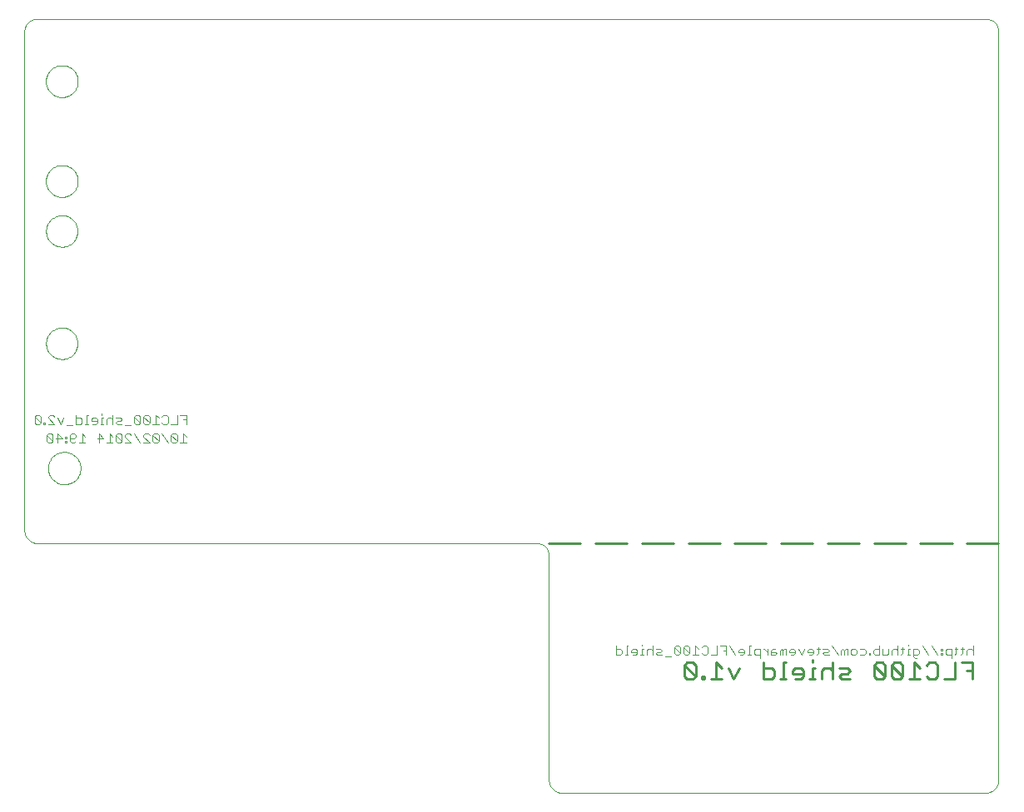
<source format=gbo>
G75*
G70*
%OFA0B0*%
%FSLAX24Y24*%
%IPPOS*%
%LPD*%
%AMOC8*
5,1,8,0,0,1.08239X$1,22.5*
%
%ADD10C,0.0000*%
%ADD11C,0.0040*%
%ADD12C,0.0090*%
%ADD13C,0.0100*%
D10*
X003392Y011175D02*
X023392Y011175D01*
X023436Y011173D01*
X023479Y011167D01*
X023521Y011158D01*
X023563Y011145D01*
X023603Y011128D01*
X023642Y011108D01*
X023679Y011085D01*
X023713Y011058D01*
X023746Y011029D01*
X023775Y010996D01*
X023802Y010962D01*
X023825Y010925D01*
X023845Y010886D01*
X023862Y010846D01*
X023875Y010804D01*
X023884Y010762D01*
X023890Y010719D01*
X023892Y010675D01*
X023892Y001675D01*
X023894Y001631D01*
X023900Y001588D01*
X023909Y001546D01*
X023922Y001504D01*
X023939Y001464D01*
X023959Y001425D01*
X023982Y001388D01*
X024009Y001354D01*
X024038Y001321D01*
X024071Y001292D01*
X024105Y001265D01*
X024142Y001242D01*
X024181Y001222D01*
X024221Y001205D01*
X024263Y001192D01*
X024305Y001183D01*
X024348Y001177D01*
X024392Y001175D01*
X041392Y001175D01*
X041436Y001177D01*
X041479Y001183D01*
X041521Y001192D01*
X041563Y001205D01*
X041603Y001222D01*
X041642Y001242D01*
X041679Y001265D01*
X041713Y001292D01*
X041746Y001321D01*
X041775Y001354D01*
X041802Y001388D01*
X041825Y001425D01*
X041845Y001464D01*
X041862Y001504D01*
X041875Y001546D01*
X041884Y001588D01*
X041890Y001631D01*
X041892Y001675D01*
X041892Y031675D01*
X041890Y031719D01*
X041884Y031762D01*
X041875Y031804D01*
X041862Y031846D01*
X041845Y031886D01*
X041825Y031925D01*
X041802Y031962D01*
X041775Y031996D01*
X041746Y032029D01*
X041713Y032058D01*
X041679Y032085D01*
X041642Y032108D01*
X041603Y032128D01*
X041563Y032145D01*
X041521Y032158D01*
X041479Y032167D01*
X041436Y032173D01*
X041392Y032175D01*
X003392Y032175D01*
X003348Y032173D01*
X003305Y032167D01*
X003263Y032158D01*
X003221Y032145D01*
X003181Y032128D01*
X003142Y032108D01*
X003105Y032085D01*
X003071Y032058D01*
X003038Y032029D01*
X003009Y031996D01*
X002982Y031962D01*
X002959Y031925D01*
X002939Y031886D01*
X002922Y031846D01*
X002909Y031804D01*
X002900Y031762D01*
X002894Y031719D01*
X002892Y031675D01*
X002892Y011675D01*
X002894Y011631D01*
X002900Y011588D01*
X002909Y011546D01*
X002922Y011504D01*
X002939Y011464D01*
X002959Y011425D01*
X002982Y011388D01*
X003009Y011354D01*
X003038Y011321D01*
X003071Y011292D01*
X003105Y011265D01*
X003142Y011242D01*
X003181Y011222D01*
X003221Y011205D01*
X003263Y011192D01*
X003305Y011183D01*
X003348Y011177D01*
X003392Y011175D01*
X003842Y014175D02*
X003844Y014225D01*
X003850Y014275D01*
X003860Y014325D01*
X003873Y014373D01*
X003890Y014421D01*
X003911Y014467D01*
X003935Y014511D01*
X003963Y014553D01*
X003994Y014593D01*
X004028Y014630D01*
X004065Y014665D01*
X004104Y014696D01*
X004145Y014725D01*
X004189Y014750D01*
X004235Y014772D01*
X004282Y014790D01*
X004330Y014804D01*
X004379Y014815D01*
X004429Y014822D01*
X004479Y014825D01*
X004530Y014824D01*
X004580Y014819D01*
X004630Y014810D01*
X004678Y014798D01*
X004726Y014781D01*
X004772Y014761D01*
X004817Y014738D01*
X004860Y014711D01*
X004900Y014681D01*
X004938Y014648D01*
X004973Y014612D01*
X005006Y014573D01*
X005035Y014532D01*
X005061Y014489D01*
X005084Y014444D01*
X005103Y014397D01*
X005118Y014349D01*
X005130Y014300D01*
X005138Y014250D01*
X005142Y014200D01*
X005142Y014150D01*
X005138Y014100D01*
X005130Y014050D01*
X005118Y014001D01*
X005103Y013953D01*
X005084Y013906D01*
X005061Y013861D01*
X005035Y013818D01*
X005006Y013777D01*
X004973Y013738D01*
X004938Y013702D01*
X004900Y013669D01*
X004860Y013639D01*
X004817Y013612D01*
X004772Y013589D01*
X004726Y013569D01*
X004678Y013552D01*
X004630Y013540D01*
X004580Y013531D01*
X004530Y013526D01*
X004479Y013525D01*
X004429Y013528D01*
X004379Y013535D01*
X004330Y013546D01*
X004282Y013560D01*
X004235Y013578D01*
X004189Y013600D01*
X004145Y013625D01*
X004104Y013654D01*
X004065Y013685D01*
X004028Y013720D01*
X003994Y013757D01*
X003963Y013797D01*
X003935Y013839D01*
X003911Y013883D01*
X003890Y013929D01*
X003873Y013977D01*
X003860Y014025D01*
X003850Y014075D01*
X003844Y014125D01*
X003842Y014175D01*
X003762Y019175D02*
X003764Y019225D01*
X003770Y019275D01*
X003780Y019324D01*
X003794Y019372D01*
X003811Y019419D01*
X003832Y019464D01*
X003857Y019508D01*
X003885Y019549D01*
X003917Y019588D01*
X003951Y019625D01*
X003988Y019659D01*
X004028Y019689D01*
X004070Y019716D01*
X004114Y019740D01*
X004160Y019761D01*
X004207Y019777D01*
X004255Y019790D01*
X004305Y019799D01*
X004354Y019804D01*
X004405Y019805D01*
X004455Y019802D01*
X004504Y019795D01*
X004553Y019784D01*
X004601Y019769D01*
X004647Y019751D01*
X004692Y019729D01*
X004735Y019703D01*
X004776Y019674D01*
X004815Y019642D01*
X004851Y019607D01*
X004883Y019569D01*
X004913Y019529D01*
X004940Y019486D01*
X004963Y019442D01*
X004982Y019396D01*
X004998Y019348D01*
X005010Y019299D01*
X005018Y019250D01*
X005022Y019200D01*
X005022Y019150D01*
X005018Y019100D01*
X005010Y019051D01*
X004998Y019002D01*
X004982Y018954D01*
X004963Y018908D01*
X004940Y018864D01*
X004913Y018821D01*
X004883Y018781D01*
X004851Y018743D01*
X004815Y018708D01*
X004776Y018676D01*
X004735Y018647D01*
X004692Y018621D01*
X004647Y018599D01*
X004601Y018581D01*
X004553Y018566D01*
X004504Y018555D01*
X004455Y018548D01*
X004405Y018545D01*
X004354Y018546D01*
X004305Y018551D01*
X004255Y018560D01*
X004207Y018573D01*
X004160Y018589D01*
X004114Y018610D01*
X004070Y018634D01*
X004028Y018661D01*
X003988Y018691D01*
X003951Y018725D01*
X003917Y018762D01*
X003885Y018801D01*
X003857Y018842D01*
X003832Y018886D01*
X003811Y018931D01*
X003794Y018978D01*
X003780Y019026D01*
X003770Y019075D01*
X003764Y019125D01*
X003762Y019175D01*
X003762Y023675D02*
X003764Y023725D01*
X003770Y023775D01*
X003780Y023824D01*
X003794Y023872D01*
X003811Y023919D01*
X003832Y023964D01*
X003857Y024008D01*
X003885Y024049D01*
X003917Y024088D01*
X003951Y024125D01*
X003988Y024159D01*
X004028Y024189D01*
X004070Y024216D01*
X004114Y024240D01*
X004160Y024261D01*
X004207Y024277D01*
X004255Y024290D01*
X004305Y024299D01*
X004354Y024304D01*
X004405Y024305D01*
X004455Y024302D01*
X004504Y024295D01*
X004553Y024284D01*
X004601Y024269D01*
X004647Y024251D01*
X004692Y024229D01*
X004735Y024203D01*
X004776Y024174D01*
X004815Y024142D01*
X004851Y024107D01*
X004883Y024069D01*
X004913Y024029D01*
X004940Y023986D01*
X004963Y023942D01*
X004982Y023896D01*
X004998Y023848D01*
X005010Y023799D01*
X005018Y023750D01*
X005022Y023700D01*
X005022Y023650D01*
X005018Y023600D01*
X005010Y023551D01*
X004998Y023502D01*
X004982Y023454D01*
X004963Y023408D01*
X004940Y023364D01*
X004913Y023321D01*
X004883Y023281D01*
X004851Y023243D01*
X004815Y023208D01*
X004776Y023176D01*
X004735Y023147D01*
X004692Y023121D01*
X004647Y023099D01*
X004601Y023081D01*
X004553Y023066D01*
X004504Y023055D01*
X004455Y023048D01*
X004405Y023045D01*
X004354Y023046D01*
X004305Y023051D01*
X004255Y023060D01*
X004207Y023073D01*
X004160Y023089D01*
X004114Y023110D01*
X004070Y023134D01*
X004028Y023161D01*
X003988Y023191D01*
X003951Y023225D01*
X003917Y023262D01*
X003885Y023301D01*
X003857Y023342D01*
X003832Y023386D01*
X003811Y023431D01*
X003794Y023478D01*
X003780Y023526D01*
X003770Y023575D01*
X003764Y023625D01*
X003762Y023675D01*
X003752Y025675D02*
X003754Y025725D01*
X003760Y025775D01*
X003770Y025824D01*
X003783Y025873D01*
X003801Y025920D01*
X003822Y025966D01*
X003846Y026009D01*
X003874Y026051D01*
X003905Y026091D01*
X003939Y026128D01*
X003976Y026162D01*
X004016Y026193D01*
X004058Y026221D01*
X004101Y026245D01*
X004147Y026266D01*
X004194Y026284D01*
X004243Y026297D01*
X004292Y026307D01*
X004342Y026313D01*
X004392Y026315D01*
X004442Y026313D01*
X004492Y026307D01*
X004541Y026297D01*
X004590Y026284D01*
X004637Y026266D01*
X004683Y026245D01*
X004726Y026221D01*
X004768Y026193D01*
X004808Y026162D01*
X004845Y026128D01*
X004879Y026091D01*
X004910Y026051D01*
X004938Y026009D01*
X004962Y025966D01*
X004983Y025920D01*
X005001Y025873D01*
X005014Y025824D01*
X005024Y025775D01*
X005030Y025725D01*
X005032Y025675D01*
X005030Y025625D01*
X005024Y025575D01*
X005014Y025526D01*
X005001Y025477D01*
X004983Y025430D01*
X004962Y025384D01*
X004938Y025341D01*
X004910Y025299D01*
X004879Y025259D01*
X004845Y025222D01*
X004808Y025188D01*
X004768Y025157D01*
X004726Y025129D01*
X004683Y025105D01*
X004637Y025084D01*
X004590Y025066D01*
X004541Y025053D01*
X004492Y025043D01*
X004442Y025037D01*
X004392Y025035D01*
X004342Y025037D01*
X004292Y025043D01*
X004243Y025053D01*
X004194Y025066D01*
X004147Y025084D01*
X004101Y025105D01*
X004058Y025129D01*
X004016Y025157D01*
X003976Y025188D01*
X003939Y025222D01*
X003905Y025259D01*
X003874Y025299D01*
X003846Y025341D01*
X003822Y025384D01*
X003801Y025430D01*
X003783Y025477D01*
X003770Y025526D01*
X003760Y025575D01*
X003754Y025625D01*
X003752Y025675D01*
X003752Y029675D02*
X003754Y029725D01*
X003760Y029775D01*
X003770Y029824D01*
X003783Y029873D01*
X003801Y029920D01*
X003822Y029966D01*
X003846Y030009D01*
X003874Y030051D01*
X003905Y030091D01*
X003939Y030128D01*
X003976Y030162D01*
X004016Y030193D01*
X004058Y030221D01*
X004101Y030245D01*
X004147Y030266D01*
X004194Y030284D01*
X004243Y030297D01*
X004292Y030307D01*
X004342Y030313D01*
X004392Y030315D01*
X004442Y030313D01*
X004492Y030307D01*
X004541Y030297D01*
X004590Y030284D01*
X004637Y030266D01*
X004683Y030245D01*
X004726Y030221D01*
X004768Y030193D01*
X004808Y030162D01*
X004845Y030128D01*
X004879Y030091D01*
X004910Y030051D01*
X004938Y030009D01*
X004962Y029966D01*
X004983Y029920D01*
X005001Y029873D01*
X005014Y029824D01*
X005024Y029775D01*
X005030Y029725D01*
X005032Y029675D01*
X005030Y029625D01*
X005024Y029575D01*
X005014Y029526D01*
X005001Y029477D01*
X004983Y029430D01*
X004962Y029384D01*
X004938Y029341D01*
X004910Y029299D01*
X004879Y029259D01*
X004845Y029222D01*
X004808Y029188D01*
X004768Y029157D01*
X004726Y029129D01*
X004683Y029105D01*
X004637Y029084D01*
X004590Y029066D01*
X004541Y029053D01*
X004492Y029043D01*
X004442Y029037D01*
X004392Y029035D01*
X004342Y029037D01*
X004292Y029043D01*
X004243Y029053D01*
X004194Y029066D01*
X004147Y029084D01*
X004101Y029105D01*
X004058Y029129D01*
X004016Y029157D01*
X003976Y029188D01*
X003939Y029222D01*
X003905Y029259D01*
X003874Y029299D01*
X003846Y029341D01*
X003822Y029384D01*
X003801Y029430D01*
X003783Y029477D01*
X003770Y029526D01*
X003760Y029575D01*
X003754Y029625D01*
X003752Y029675D01*
D11*
X005997Y016365D02*
X005997Y016305D01*
X005997Y016185D02*
X005997Y015945D01*
X006057Y015945D02*
X005937Y015945D01*
X005812Y016005D02*
X005812Y016125D01*
X005752Y016185D01*
X005631Y016185D01*
X005571Y016125D01*
X005571Y016065D01*
X005812Y016065D01*
X005812Y016005D02*
X005752Y015945D01*
X005631Y015945D01*
X005443Y015945D02*
X005323Y015945D01*
X005383Y015945D02*
X005383Y016305D01*
X005443Y016305D01*
X005198Y016125D02*
X005138Y016185D01*
X004958Y016185D01*
X004958Y016305D02*
X004958Y015945D01*
X005138Y015945D01*
X005198Y016005D01*
X005198Y016125D01*
X004829Y015885D02*
X004589Y015885D01*
X004341Y015945D02*
X004221Y016185D01*
X004093Y016245D02*
X004033Y016305D01*
X003913Y016305D01*
X003853Y016245D01*
X003853Y016185D01*
X004093Y015945D01*
X003853Y015945D01*
X003724Y015945D02*
X003664Y015945D01*
X003664Y016005D01*
X003724Y016005D01*
X003724Y015945D01*
X003540Y016005D02*
X003300Y016245D01*
X003300Y016005D01*
X003360Y015945D01*
X003480Y015945D01*
X003540Y016005D01*
X003540Y016245D01*
X003480Y016305D01*
X003360Y016305D01*
X003300Y016245D01*
X003851Y015555D02*
X003791Y015495D01*
X004031Y015255D01*
X003971Y015195D01*
X003851Y015195D01*
X003791Y015255D01*
X003791Y015495D01*
X003851Y015555D02*
X003971Y015555D01*
X004031Y015495D01*
X004031Y015255D01*
X004160Y015375D02*
X004400Y015375D01*
X004220Y015555D01*
X004220Y015195D01*
X004524Y015195D02*
X004584Y015195D01*
X004584Y015255D01*
X004524Y015255D01*
X004524Y015195D01*
X004524Y015375D02*
X004584Y015375D01*
X004584Y015435D01*
X004524Y015435D01*
X004524Y015375D01*
X004712Y015375D02*
X004892Y015375D01*
X004952Y015435D01*
X004952Y015495D01*
X004892Y015555D01*
X004772Y015555D01*
X004712Y015495D01*
X004712Y015255D01*
X004772Y015195D01*
X004892Y015195D01*
X004952Y015255D01*
X005080Y015195D02*
X005321Y015195D01*
X005200Y015195D02*
X005200Y015555D01*
X005321Y015435D01*
X005817Y015375D02*
X006057Y015375D01*
X005877Y015555D01*
X005877Y015195D01*
X006185Y015195D02*
X006425Y015195D01*
X006305Y015195D02*
X006305Y015555D01*
X006425Y015435D01*
X006554Y015495D02*
X006794Y015255D01*
X006734Y015195D01*
X006614Y015195D01*
X006554Y015255D01*
X006554Y015495D01*
X006614Y015555D01*
X006734Y015555D01*
X006794Y015495D01*
X006794Y015255D01*
X006922Y015195D02*
X007162Y015195D01*
X006922Y015435D01*
X006922Y015495D01*
X006982Y015555D01*
X007102Y015555D01*
X007162Y015495D01*
X007290Y015555D02*
X007530Y015195D01*
X007659Y015195D02*
X007899Y015195D01*
X007659Y015435D01*
X007659Y015495D01*
X007719Y015555D01*
X007839Y015555D01*
X007899Y015495D01*
X008027Y015495D02*
X008267Y015255D01*
X008207Y015195D01*
X008087Y015195D01*
X008027Y015255D01*
X008027Y015495D01*
X008087Y015555D01*
X008207Y015555D01*
X008267Y015495D01*
X008267Y015255D01*
X008395Y015555D02*
X008635Y015195D01*
X008763Y015255D02*
X008824Y015195D01*
X008944Y015195D01*
X009004Y015255D01*
X008763Y015495D01*
X008763Y015255D01*
X008763Y015495D02*
X008824Y015555D01*
X008944Y015555D01*
X009004Y015495D01*
X009004Y015255D01*
X009132Y015195D02*
X009372Y015195D01*
X009252Y015195D02*
X009252Y015555D01*
X009372Y015435D01*
X009372Y015945D02*
X009372Y016305D01*
X009132Y016305D01*
X009004Y016305D02*
X009004Y015945D01*
X008763Y015945D01*
X008635Y016005D02*
X008575Y015945D01*
X008455Y015945D01*
X008395Y016005D01*
X008267Y015945D02*
X008027Y015945D01*
X008147Y015945D02*
X008147Y016305D01*
X008267Y016185D01*
X008395Y016245D02*
X008455Y016305D01*
X008575Y016305D01*
X008635Y016245D01*
X008635Y016005D01*
X009252Y016125D02*
X009372Y016125D01*
X007899Y016005D02*
X007659Y016245D01*
X007659Y016005D01*
X007719Y015945D01*
X007839Y015945D01*
X007899Y016005D01*
X007899Y016245D01*
X007839Y016305D01*
X007719Y016305D01*
X007659Y016245D01*
X007530Y016245D02*
X007470Y016305D01*
X007350Y016305D01*
X007290Y016245D01*
X007530Y016005D01*
X007470Y015945D01*
X007350Y015945D01*
X007290Y016005D01*
X007290Y016245D01*
X007530Y016245D02*
X007530Y016005D01*
X007162Y015885D02*
X006922Y015885D01*
X006794Y015945D02*
X006614Y015945D01*
X006554Y016005D01*
X006614Y016065D01*
X006734Y016065D01*
X006794Y016125D01*
X006734Y016185D01*
X006554Y016185D01*
X006425Y016125D02*
X006365Y016185D01*
X006245Y016185D01*
X006185Y016125D01*
X006185Y015945D01*
X006425Y015945D02*
X006425Y016305D01*
X006057Y016185D02*
X005997Y016185D01*
X004461Y016185D02*
X004341Y015945D01*
X026574Y007055D02*
X026574Y006695D01*
X026755Y006695D01*
X026815Y006755D01*
X026815Y006875D01*
X026755Y006935D01*
X026574Y006935D01*
X026940Y006695D02*
X027060Y006695D01*
X027000Y006695D02*
X027000Y007055D01*
X027060Y007055D01*
X027188Y006875D02*
X027188Y006815D01*
X027428Y006815D01*
X027428Y006755D02*
X027428Y006875D01*
X027368Y006935D01*
X027248Y006935D01*
X027188Y006875D01*
X027248Y006695D02*
X027368Y006695D01*
X027428Y006755D01*
X027554Y006695D02*
X027674Y006695D01*
X027614Y006695D02*
X027614Y006935D01*
X027674Y006935D01*
X027614Y007055D02*
X027614Y007115D01*
X027802Y006875D02*
X027802Y006695D01*
X027802Y006875D02*
X027862Y006935D01*
X027982Y006935D01*
X028042Y006875D01*
X028170Y006935D02*
X028351Y006935D01*
X028411Y006875D01*
X028351Y006815D01*
X028231Y006815D01*
X028170Y006755D01*
X028231Y006695D01*
X028411Y006695D01*
X028539Y006635D02*
X028779Y006635D01*
X028907Y006755D02*
X028967Y006695D01*
X029087Y006695D01*
X029147Y006755D01*
X028907Y006995D01*
X028907Y006755D01*
X028907Y006995D02*
X028967Y007055D01*
X029087Y007055D01*
X029147Y006995D01*
X029147Y006755D01*
X029275Y006755D02*
X029335Y006695D01*
X029456Y006695D01*
X029516Y006755D01*
X029275Y006995D01*
X029275Y006755D01*
X029275Y006995D02*
X029335Y007055D01*
X029456Y007055D01*
X029516Y006995D01*
X029516Y006755D01*
X029644Y006695D02*
X029884Y006695D01*
X029764Y006695D02*
X029764Y007055D01*
X029884Y006935D01*
X030012Y006995D02*
X030072Y007055D01*
X030192Y007055D01*
X030252Y006995D01*
X030252Y006755D01*
X030192Y006695D01*
X030072Y006695D01*
X030012Y006755D01*
X030380Y006695D02*
X030621Y006695D01*
X030621Y007055D01*
X030749Y007055D02*
X030989Y007055D01*
X030989Y006695D01*
X030989Y006875D02*
X030869Y006875D01*
X031117Y007055D02*
X031357Y006695D01*
X031485Y006815D02*
X031725Y006815D01*
X031725Y006755D02*
X031725Y006875D01*
X031665Y006935D01*
X031545Y006935D01*
X031485Y006875D01*
X031485Y006815D01*
X031545Y006695D02*
X031665Y006695D01*
X031725Y006755D01*
X031851Y006695D02*
X031971Y006695D01*
X031911Y006695D02*
X031911Y007055D01*
X031971Y007055D01*
X032099Y006875D02*
X032099Y006755D01*
X032159Y006695D01*
X032339Y006695D01*
X032339Y006575D02*
X032339Y006935D01*
X032159Y006935D01*
X032099Y006875D01*
X032466Y006935D02*
X032526Y006935D01*
X032646Y006815D01*
X032646Y006695D02*
X032646Y006935D01*
X032774Y006875D02*
X032774Y006695D01*
X032955Y006695D01*
X033015Y006755D01*
X032955Y006815D01*
X032774Y006815D01*
X032774Y006875D02*
X032834Y006935D01*
X032955Y006935D01*
X033143Y006875D02*
X033143Y006695D01*
X033263Y006695D02*
X033263Y006875D01*
X033203Y006935D01*
X033143Y006875D01*
X033263Y006875D02*
X033323Y006935D01*
X033383Y006935D01*
X033383Y006695D01*
X033511Y006815D02*
X033751Y006815D01*
X033751Y006755D02*
X033751Y006875D01*
X033691Y006935D01*
X033571Y006935D01*
X033511Y006875D01*
X033511Y006815D01*
X033571Y006695D02*
X033691Y006695D01*
X033751Y006755D01*
X033879Y006935D02*
X033999Y006695D01*
X034120Y006935D01*
X034248Y006875D02*
X034248Y006815D01*
X034488Y006815D01*
X034488Y006755D02*
X034488Y006875D01*
X034428Y006935D01*
X034308Y006935D01*
X034248Y006875D01*
X034308Y006695D02*
X034428Y006695D01*
X034488Y006755D01*
X034613Y006695D02*
X034673Y006755D01*
X034673Y006995D01*
X034733Y006935D02*
X034613Y006935D01*
X034862Y006935D02*
X035042Y006935D01*
X035102Y006875D01*
X035042Y006815D01*
X034922Y006815D01*
X034862Y006755D01*
X034922Y006695D01*
X035102Y006695D01*
X035470Y006695D02*
X035230Y007055D01*
X035598Y006875D02*
X035598Y006695D01*
X035718Y006695D02*
X035718Y006875D01*
X035658Y006935D01*
X035598Y006875D01*
X035718Y006875D02*
X035778Y006935D01*
X035838Y006935D01*
X035838Y006695D01*
X035966Y006755D02*
X035966Y006875D01*
X036026Y006935D01*
X036147Y006935D01*
X036207Y006875D01*
X036207Y006755D01*
X036147Y006695D01*
X036026Y006695D01*
X035966Y006755D01*
X036335Y006695D02*
X036515Y006695D01*
X036575Y006755D01*
X036575Y006875D01*
X036515Y006935D01*
X036335Y006935D01*
X036699Y006755D02*
X036699Y006695D01*
X036759Y006695D01*
X036759Y006755D01*
X036699Y006755D01*
X036887Y006755D02*
X036887Y006875D01*
X036947Y006935D01*
X037127Y006935D01*
X037127Y007055D02*
X037127Y006695D01*
X036947Y006695D01*
X036887Y006755D01*
X037256Y006695D02*
X037256Y006935D01*
X037496Y006935D02*
X037496Y006755D01*
X037436Y006695D01*
X037256Y006695D01*
X037624Y006695D02*
X037624Y006875D01*
X037684Y006935D01*
X037804Y006935D01*
X037864Y006875D01*
X037990Y006935D02*
X038110Y006935D01*
X038050Y006995D02*
X038050Y006755D01*
X037990Y006695D01*
X037864Y006695D02*
X037864Y007055D01*
X038295Y007055D02*
X038295Y007115D01*
X038295Y006935D02*
X038295Y006695D01*
X038355Y006695D02*
X038235Y006695D01*
X038295Y006935D02*
X038355Y006935D01*
X038483Y006935D02*
X038483Y006635D01*
X038543Y006575D01*
X038603Y006575D01*
X038663Y006695D02*
X038483Y006695D01*
X038663Y006695D02*
X038723Y006755D01*
X038723Y006875D01*
X038663Y006935D01*
X038483Y006935D01*
X038852Y007055D02*
X039092Y006695D01*
X039460Y006695D02*
X039220Y007055D01*
X039584Y006935D02*
X039584Y006875D01*
X039644Y006875D01*
X039644Y006935D01*
X039584Y006935D01*
X039584Y006755D02*
X039584Y006695D01*
X039644Y006695D01*
X039644Y006755D01*
X039584Y006755D01*
X039772Y006755D02*
X039832Y006695D01*
X040013Y006695D01*
X040013Y006575D02*
X040013Y006935D01*
X039832Y006935D01*
X039772Y006875D01*
X039772Y006755D01*
X040138Y006695D02*
X040198Y006755D01*
X040198Y006995D01*
X040258Y006935D02*
X040138Y006935D01*
X040384Y006935D02*
X040504Y006935D01*
X040444Y006995D02*
X040444Y006755D01*
X040384Y006695D01*
X040632Y006695D02*
X040632Y006875D01*
X040692Y006935D01*
X040812Y006935D01*
X040872Y006875D01*
X040872Y007055D02*
X040872Y006695D01*
X028042Y006695D02*
X028042Y007055D01*
D12*
X029320Y006279D02*
X029767Y005832D01*
X029655Y005720D01*
X029432Y005720D01*
X029320Y005832D01*
X029320Y006279D01*
X029432Y006391D01*
X029655Y006391D01*
X029767Y006279D01*
X029767Y005832D01*
X030005Y005832D02*
X030005Y005720D01*
X030117Y005720D01*
X030117Y005832D01*
X030005Y005832D01*
X030369Y005720D02*
X030817Y005720D01*
X030593Y005720D02*
X030593Y006391D01*
X030817Y006167D01*
X031069Y006167D02*
X031293Y005720D01*
X031516Y006167D01*
X032469Y006167D02*
X032804Y006167D01*
X032916Y006055D01*
X032916Y005832D01*
X032804Y005720D01*
X032469Y005720D01*
X032469Y006391D01*
X033271Y006391D02*
X033271Y005720D01*
X033382Y005720D02*
X033159Y005720D01*
X033635Y005944D02*
X033635Y006055D01*
X033747Y006167D01*
X033971Y006167D01*
X034082Y006055D01*
X034082Y005832D01*
X033971Y005720D01*
X033747Y005720D01*
X033635Y005944D02*
X034082Y005944D01*
X034325Y005720D02*
X034549Y005720D01*
X034437Y005720D02*
X034437Y006167D01*
X034549Y006167D01*
X034437Y006391D02*
X034437Y006502D01*
X034802Y006055D02*
X034802Y005720D01*
X034802Y006055D02*
X034913Y006167D01*
X035137Y006167D01*
X035249Y006055D01*
X035501Y006167D02*
X035837Y006167D01*
X035948Y006055D01*
X035837Y005944D01*
X035613Y005944D01*
X035501Y005832D01*
X035613Y005720D01*
X035948Y005720D01*
X035249Y005720D02*
X035249Y006391D01*
X036901Y006279D02*
X036901Y005832D01*
X037013Y005720D01*
X037236Y005720D01*
X037348Y005832D01*
X036901Y006279D01*
X037013Y006391D01*
X037236Y006391D01*
X037348Y006279D01*
X037348Y005832D01*
X037601Y005832D02*
X037601Y006279D01*
X038048Y005832D01*
X037936Y005720D01*
X037712Y005720D01*
X037601Y005832D01*
X038048Y005832D02*
X038048Y006279D01*
X037936Y006391D01*
X037712Y006391D01*
X037601Y006279D01*
X038301Y005720D02*
X038748Y005720D01*
X038524Y005720D02*
X038524Y006391D01*
X038748Y006167D01*
X039000Y006279D02*
X039112Y006391D01*
X039336Y006391D01*
X039447Y006279D01*
X039447Y005832D01*
X039336Y005720D01*
X039112Y005720D01*
X039000Y005832D01*
X039700Y005720D02*
X040147Y005720D01*
X040147Y006391D01*
X040400Y006391D02*
X040847Y006391D01*
X040847Y005720D01*
X040847Y006055D02*
X040623Y006055D01*
X033382Y006391D02*
X033271Y006391D01*
D13*
X033187Y011175D02*
X034456Y011175D01*
X035046Y011175D02*
X036315Y011175D01*
X036905Y011175D02*
X038174Y011175D01*
X038764Y011175D02*
X040033Y011175D01*
X040623Y011175D02*
X041892Y011175D01*
X032597Y011175D02*
X031328Y011175D01*
X030738Y011175D02*
X029469Y011175D01*
X028879Y011175D02*
X027610Y011175D01*
X027020Y011175D02*
X025751Y011175D01*
X025160Y011175D02*
X023892Y011175D01*
M02*

</source>
